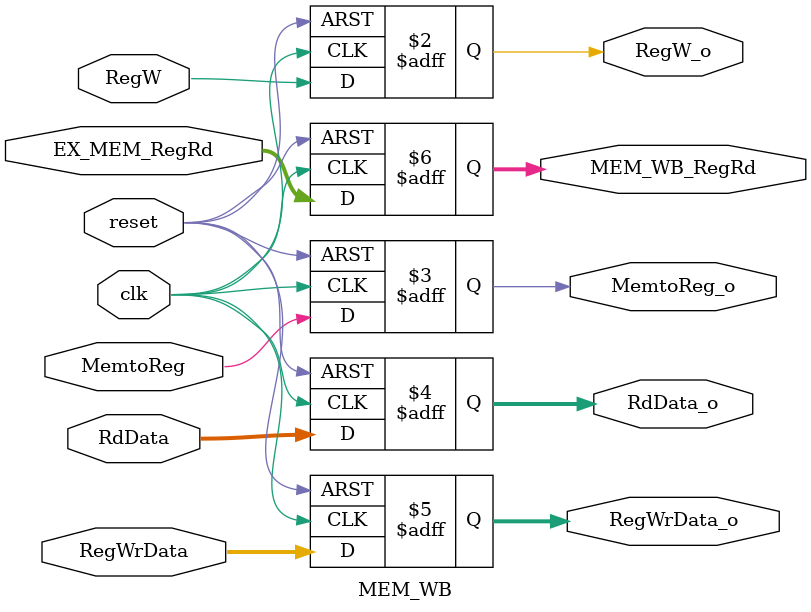
<source format=v>
module IF_ID(clk, reset, PC, instr, PC_out, instr_out);
    input clk,reset;
    input [31:0] PC,instr;
    output reg [31:0] PC_out, instr_out;

    always@(posedge clk or posedge reset) begin
        if(reset) begin
            PC_out <= 32'd0;
            instr_out <= 32'd0;
        end
        else begin
            PC_out <= PC;
            instr_out <= instr;
        end
    end
endmodule


module ID_EX(clk, reset, fun7, fun3, RegW, MemtoReg, MemW, MemR, Branch, ALUOp, ALUSrc, A, B, IF_ID_Imm, IF_ID_RegRs1, IF_ID_RegRs2, IF_ID_RegRd, 
    fun7_o, fun3_o,RegW_o, MemtoReg_o, MemW_o, MemR_o, Branch_o, ALUOp_o, ALUSrc_o, A_o, B_o, ID_EX_Imm, ID_EX_RegRs1, ID_EX_RegRs2, ID_EX_RegRd);
    
    input clk, reset, fun7, RegW, MemtoReg, MemW, MemR, Branch, ALUSrc;
    input [2:0] fun3;
    input [1:0] ALUOp;
    input [31:0] A,B, IF_ID_Imm;
    input [4:0] IF_ID_RegRs1, IF_ID_RegRs2, IF_ID_RegRd;
    output reg RegW_o, MemtoReg_o, MemW_o, MemR_o, Branch_o, ALUSrc_o, fun7_o;
    output reg [2:0] fun3_o;
    output reg [1:0] ALUOp_o;
    output reg [31:0] A_o,B_o, ID_EX_Imm;
    output reg [4:0] ID_EX_RegRs1, ID_EX_RegRs2, ID_EX_RegRd;

    always@(posedge clk or posedge reset) begin
        if(reset) begin
            {RegW_o, MemtoReg_o, MemW_o, MemR_o, Branch_o, ALUSrc_o, ALUOp_o, fun7_o, fun3_o, A_o, B_o, ID_EX_Imm, ID_EX_RegRs1, ID_EX_RegRs2, ID_EX_RegRd} 
                <= {1'b0, 1'b0, 1'b0, 1'b0, 1'b0, 1'b0, 2'd0, 1'b0, 3'd0, 32'd0, 32'd0, 32'd0, 5'd0, 5'd0, 5'd0};
        end
        else begin
            {RegW_o, MemtoReg_o, MemW_o, MemR_o, Branch_o, ALUSrc_o, ALUOp_o, fun7_o, fun3_o, A_o, B_o, ID_EX_Imm, ID_EX_RegRs1, ID_EX_RegRs2, ID_EX_RegRd} 
                <= {RegW, MemtoReg, MemW, MemR, Branch, ALUSrc, ALUOp, fun7, fun3, A, B, IF_ID_Imm, IF_ID_RegRs1, IF_ID_RegRs2, IF_ID_RegRd};
        end
    end

endmodule


module EX_MEM(clk, reset, RegW, MemtoReg, MemW, MemR, Branch, ALUResult, MemWrData, ID_EX_RegRd, B, RegW_o, MemtoReg_o, MemW_o, MemR_o, Branch_o, ALUResult_o, MemWrData_o, EX_MEM_RegRd, B_Out);
    input clk, reset, RegW, MemtoReg, MemW, MemR, Branch;
    input [31:0] ALUResult, MemWrData, B;
    input [4:0] ID_EX_RegRd;
    output reg RegW_o, MemtoReg_o, MemW_o, MemR_o, Branch_o;
    output reg [31:0] ALUResult_o, MemWrData_o, B_Out;
    output reg [4:0] EX_MEM_RegRd;

    always@(posedge clk or posedge reset) begin
        if(reset) begin
            {RegW_o, MemtoReg_o, MemW_o, MemR_o, Branch_o, ALUResult_o, MemWrData_o, EX_MEM_RegRd, B_Out} 
                <= {1'b0, 1'b0, 1'b0, 1'b0, 1'b0, 32'd0, 32'd0, 5'd0, 32'd0};
        end
        else begin
            {RegW_o, MemtoReg_o, MemW_o, MemR_o, Branch_o, ALUResult_o, MemWrData_o, EX_MEM_RegRd, B_Out} 
                <= {RegW, MemtoReg, MemW, MemR, Branch, ALUResult, MemWrData, ID_EX_RegRd, B};            
        end
    end

endmodule


module MEM_WB(clk, reset, RegW, MemtoReg, RdData, RegWrData, EX_MEM_RegRd, RegW_o, MemtoReg_o, RdData_o, RegWrData_o, MEM_WB_RegRd);
    input clk, reset, RegW, MemtoReg;
    input [31:0] RdData, RegWrData;
    input [4:0] EX_MEM_RegRd;
    output reg RegW_o, MemtoReg_o;
    output reg [31:0] RdData_o, RegWrData_o;
    output reg [4:0] MEM_WB_RegRd;

    always@(posedge clk or posedge reset) begin
        if(reset) begin
            {RegW_o, MemtoReg_o, RdData_o, RegWrData_o, MEM_WB_RegRd} <= {1'b0, 1'b0, 32'd0, 32'd0, 5'd0};
        end
        else begin
            {RegW_o, MemtoReg_o, RdData_o, RegWrData_o, MEM_WB_RegRd} <= {RegW, MemtoReg, RdData, RegWrData, EX_MEM_RegRd};
        end
    end 
endmodule
</source>
